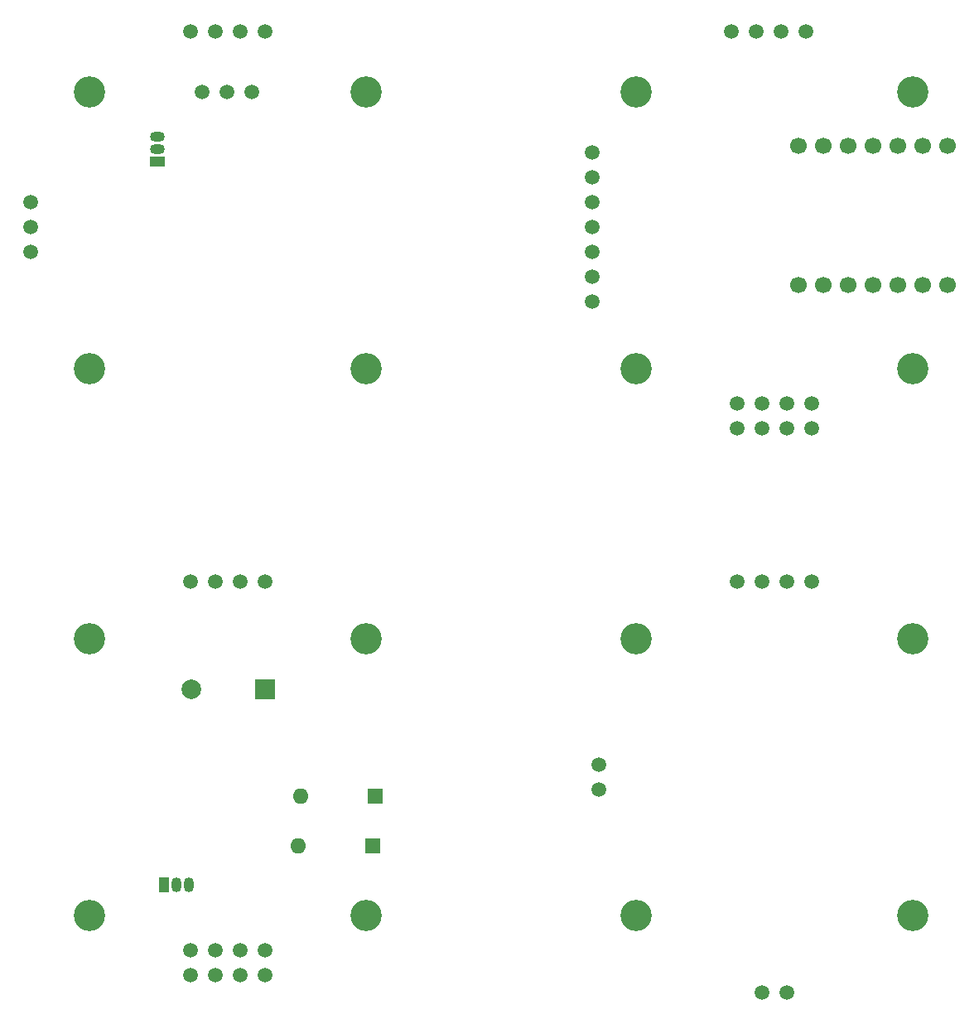
<source format=gbs>
G04 #@! TF.GenerationSoftware,KiCad,Pcbnew,7.0.8*
G04 #@! TF.CreationDate,2024-02-14T15:59:42+09:00*
G04 #@! TF.ProjectId,_______FMver2,2d098bb9-6bc5-46e4-964d-766572322e6b,rev?*
G04 #@! TF.SameCoordinates,Original*
G04 #@! TF.FileFunction,Soldermask,Bot*
G04 #@! TF.FilePolarity,Negative*
%FSLAX46Y46*%
G04 Gerber Fmt 4.6, Leading zero omitted, Abs format (unit mm)*
G04 Created by KiCad (PCBNEW 7.0.8) date 2024-02-14 15:59:42*
%MOMM*%
%LPD*%
G01*
G04 APERTURE LIST*
%ADD10C,3.200000*%
%ADD11R,2.000000X2.000000*%
%ADD12C,2.000000*%
%ADD13C,1.500000*%
%ADD14R,1.600000X1.600000*%
%ADD15O,1.600000X1.600000*%
%ADD16O,1.500000X1.050000*%
%ADD17R,1.500000X1.050000*%
%ADD18R,1.050000X1.500000*%
%ADD19O,1.050000X1.500000*%
%ADD20C,1.700000*%
G04 APERTURE END LIST*
D10*
X64942136Y-120822136D03*
X92537864Y-36657864D03*
D11*
X54600000Y-97680000D03*
D12*
X47000000Y-97680000D03*
D10*
X36657864Y-36657864D03*
D13*
X53200554Y-36691429D03*
X50660554Y-36691429D03*
X48120554Y-36691429D03*
X102870000Y-71070000D03*
X105410000Y-71070000D03*
X107950000Y-71070000D03*
X110490000Y-71070000D03*
X110490000Y-68530000D03*
X107950000Y-68530000D03*
X105410000Y-68530000D03*
X102870000Y-68530000D03*
X102870000Y-86680000D03*
X105410000Y-86680000D03*
X107950000Y-86680000D03*
X110490000Y-86680000D03*
D10*
X64942136Y-36657864D03*
X64942136Y-64942136D03*
D13*
X46990000Y-86680000D03*
X49530000Y-86680000D03*
X52070000Y-86680000D03*
X54610000Y-86680000D03*
X88680000Y-105410000D03*
X88680000Y-107950000D03*
D10*
X120822136Y-120822136D03*
X36657864Y-64942136D03*
X120822136Y-36657864D03*
D13*
X30612554Y-50443429D03*
X30612554Y-47903429D03*
X30612554Y-52983429D03*
D14*
X65610000Y-113680000D03*
D15*
X57990000Y-113680000D03*
D10*
X92537864Y-120822136D03*
D13*
X54610000Y-30463429D03*
X52070000Y-30463429D03*
X49530000Y-30463429D03*
X46990000Y-30463429D03*
D10*
X92537864Y-92537864D03*
D13*
X105410000Y-128680000D03*
X107950000Y-128680000D03*
D14*
X65800000Y-108680000D03*
D15*
X58180000Y-108680000D03*
D16*
X43548554Y-41263429D03*
X43548554Y-42533429D03*
D17*
X43548554Y-43803429D03*
D13*
X109826000Y-30498000D03*
X107286000Y-30498000D03*
X104746000Y-30498000D03*
X102206000Y-30498000D03*
D10*
X120822136Y-64942136D03*
X64942136Y-92537864D03*
D13*
X46990000Y-124410000D03*
X49530000Y-124410000D03*
X52070000Y-124410000D03*
X54610000Y-124410000D03*
X54610000Y-126950000D03*
X52070000Y-126950000D03*
X49530000Y-126950000D03*
X46990000Y-126950000D03*
D18*
X44260000Y-117680000D03*
D19*
X45530000Y-117680000D03*
X46800000Y-117680000D03*
D10*
X36657864Y-92537864D03*
D20*
X109112000Y-56388000D03*
X111652000Y-56388000D03*
X114192000Y-56388000D03*
X116732000Y-56388000D03*
X119272000Y-56388000D03*
X121812000Y-56388000D03*
X124352000Y-56388000D03*
X124352000Y-42164000D03*
X121812000Y-42164000D03*
X119272000Y-42164000D03*
X116732000Y-42164000D03*
X114192000Y-42164000D03*
X111652000Y-42164000D03*
X109112000Y-42164000D03*
D10*
X92537864Y-64942136D03*
X120822136Y-92537864D03*
X36657864Y-120822136D03*
D13*
X88016000Y-58118000D03*
X88016000Y-55578000D03*
X88016000Y-53038000D03*
X88016000Y-50498000D03*
X88016000Y-47958000D03*
X88016000Y-45418000D03*
X88016000Y-42878000D03*
M02*

</source>
